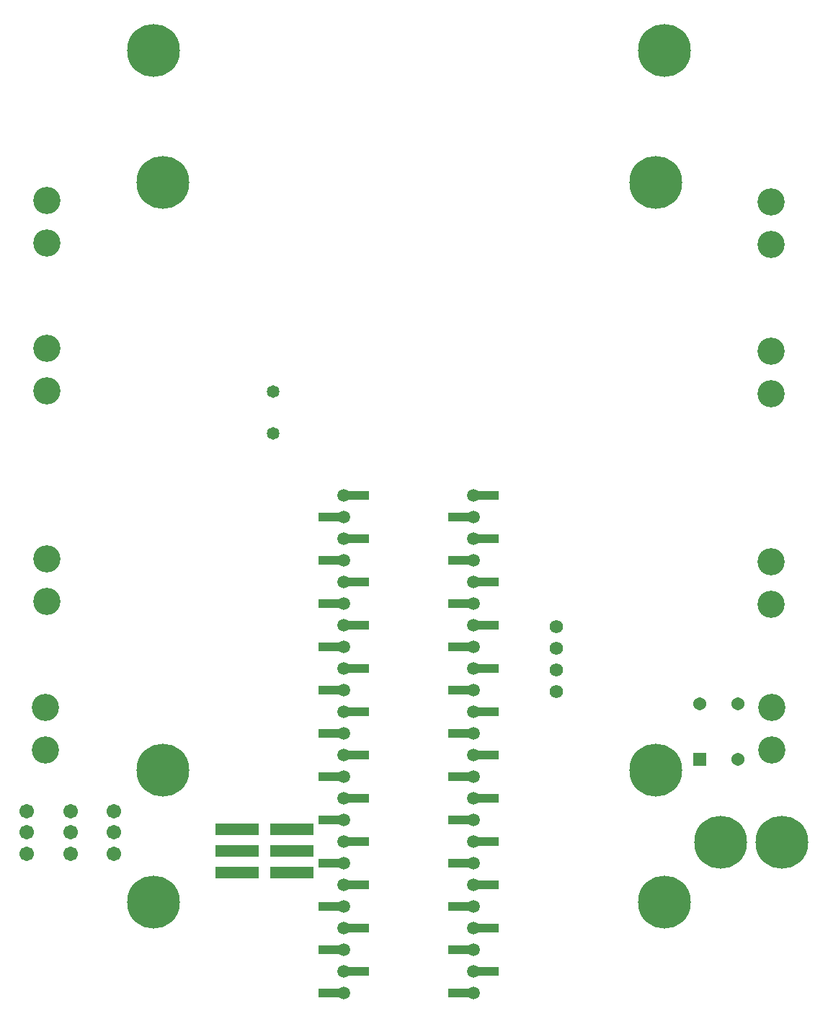
<source format=gbr>
G04*
G04 #@! TF.GenerationSoftware,Altium Limited,Altium Designer,25.4.2 (15)*
G04*
G04 Layer_Color=16711935*
%FSLAX44Y44*%
%MOMM*%
G71*
G04*
G04 #@! TF.SameCoordinates,CE8B7503-BC5D-454C-BBEA-07EE3AA0370F*
G04*
G04*
G04 #@! TF.FilePolarity,Negative*
G04*
G01*
G75*
%ADD45R,5.2032X1.4532*%
%ADD56C,1.5400*%
%ADD57R,1.5400X1.5400*%
%ADD58C,1.5112*%
%ADD59C,1.4832*%
%ADD60C,3.2032*%
%ADD61C,1.7112*%
%ADD62C,1.5732*%
%ADD63C,6.2032*%
%ADD79R,2.6032X1.0032*%
D45*
X962500Y634600D02*
D03*
Y685400D02*
D03*
Y660000D02*
D03*
X897750Y685400D02*
D03*
Y660000D02*
D03*
Y634600D02*
D03*
D56*
X1486500Y832500D02*
D03*
Y767500D02*
D03*
X1441500Y832500D02*
D03*
D57*
Y767500D02*
D03*
D58*
X1175500Y493200D02*
D03*
Y518600D02*
D03*
X1023100Y848800D02*
D03*
X1175500Y544000D02*
D03*
Y569400D02*
D03*
Y594800D02*
D03*
Y620200D02*
D03*
Y645600D02*
D03*
Y671000D02*
D03*
Y696400D02*
D03*
Y721800D02*
D03*
Y747200D02*
D03*
Y772600D02*
D03*
Y798000D02*
D03*
Y823400D02*
D03*
X1023100D02*
D03*
Y798000D02*
D03*
Y772600D02*
D03*
Y747200D02*
D03*
Y721800D02*
D03*
Y696400D02*
D03*
Y671000D02*
D03*
Y645600D02*
D03*
Y620200D02*
D03*
Y594800D02*
D03*
Y569400D02*
D03*
Y544000D02*
D03*
Y518600D02*
D03*
Y493200D02*
D03*
X1175500Y874200D02*
D03*
Y899600D02*
D03*
Y925000D02*
D03*
Y950400D02*
D03*
Y975800D02*
D03*
Y1001200D02*
D03*
Y1026600D02*
D03*
Y1052000D02*
D03*
Y1077400D02*
D03*
X1023100D02*
D03*
Y1052000D02*
D03*
Y1026600D02*
D03*
Y1001200D02*
D03*
Y975800D02*
D03*
Y950400D02*
D03*
Y925000D02*
D03*
Y899600D02*
D03*
Y874200D02*
D03*
X1175500Y848800D02*
D03*
D59*
X940000Y1199130D02*
D03*
Y1150000D02*
D03*
D60*
X674000Y1374000D02*
D03*
Y1424000D02*
D03*
X1526000Y829000D02*
D03*
Y779000D02*
D03*
X1525000Y1372000D02*
D03*
Y1422000D02*
D03*
X674000Y1250500D02*
D03*
Y1200500D02*
D03*
X1525000Y1246750D02*
D03*
Y1196750D02*
D03*
X674250Y1003000D02*
D03*
Y953000D02*
D03*
X1525250Y999500D02*
D03*
Y949500D02*
D03*
X673000Y829000D02*
D03*
Y779000D02*
D03*
D61*
X651000Y707000D02*
D03*
Y657000D02*
D03*
X651000Y682000D02*
D03*
X702000Y707000D02*
D03*
Y657000D02*
D03*
X702000Y682000D02*
D03*
X753000Y707000D02*
D03*
Y657000D02*
D03*
X753000Y682000D02*
D03*
D62*
X1273000Y923400D02*
D03*
Y847200D02*
D03*
Y872600D02*
D03*
Y898000D02*
D03*
D63*
X1466000Y670000D02*
D03*
X1538000D02*
D03*
X800000Y600000D02*
D03*
X810470Y754950D02*
D03*
Y1445050D02*
D03*
X800000Y1600000D02*
D03*
X1400000D02*
D03*
X1389530Y1445050D02*
D03*
X1400000Y600000D02*
D03*
X1389824Y754787D02*
D03*
D79*
X1006000Y493200D02*
D03*
X1040000Y518600D02*
D03*
X1006000Y544000D02*
D03*
X1040000Y569400D02*
D03*
X1006000Y594800D02*
D03*
X1040000Y620200D02*
D03*
X1006000Y645600D02*
D03*
X1040000Y671000D02*
D03*
X1006000Y696400D02*
D03*
X1040000Y721800D02*
D03*
X1006000Y747200D02*
D03*
X1040000Y772600D02*
D03*
X1006000Y798000D02*
D03*
X1040000Y823400D02*
D03*
X1006000Y848800D02*
D03*
X1040000Y874200D02*
D03*
X1006000Y899600D02*
D03*
X1040000Y925000D02*
D03*
X1006000Y950400D02*
D03*
X1040000Y975800D02*
D03*
X1006000Y1001200D02*
D03*
X1040000Y1026600D02*
D03*
X1006000Y1052000D02*
D03*
X1040000Y1077400D02*
D03*
X1192500D02*
D03*
X1158500Y1052000D02*
D03*
X1192500Y1026600D02*
D03*
X1158500Y1001200D02*
D03*
X1192500Y975800D02*
D03*
X1158500Y950400D02*
D03*
X1192500Y925000D02*
D03*
X1158500Y899600D02*
D03*
X1192500Y874200D02*
D03*
X1158500Y848800D02*
D03*
X1192500Y823400D02*
D03*
X1158500Y798000D02*
D03*
X1192500Y772600D02*
D03*
X1158500Y747200D02*
D03*
X1192500Y721800D02*
D03*
X1158500Y696400D02*
D03*
X1192500Y671000D02*
D03*
X1158500Y645600D02*
D03*
X1192500Y620200D02*
D03*
X1158500Y594800D02*
D03*
X1192500Y569400D02*
D03*
X1158500Y544000D02*
D03*
X1192500Y518600D02*
D03*
X1158500Y493200D02*
D03*
M02*

</source>
